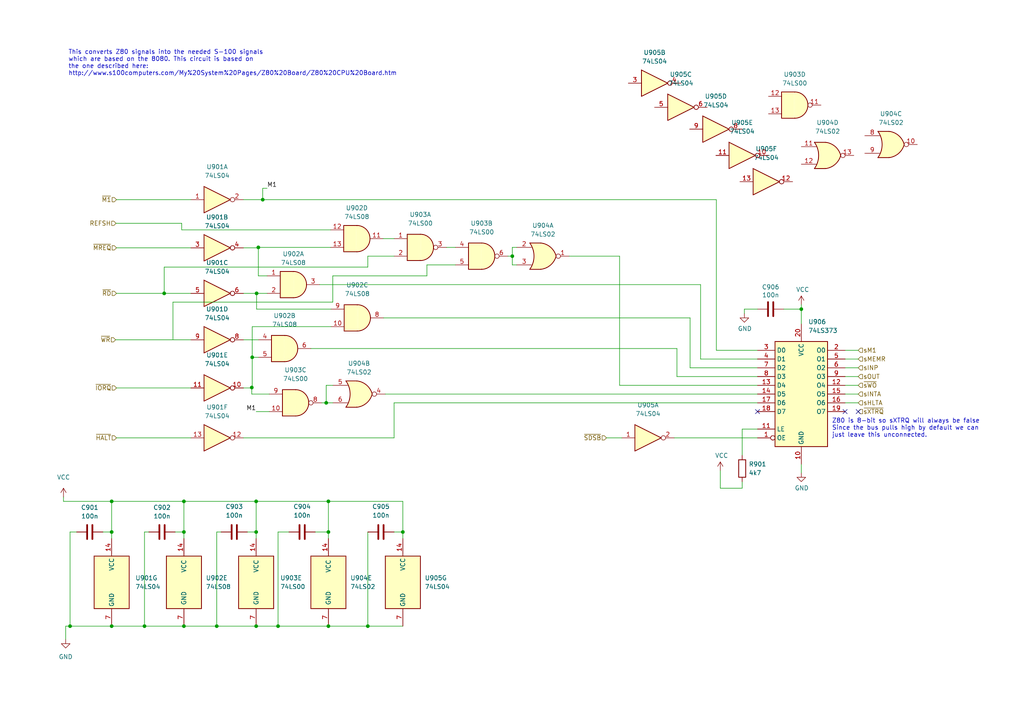
<source format=kicad_sch>
(kicad_sch (version 20211123) (generator eeschema)
  (paper "A4")
  (title_block (title "Status Bus Conversion"))
  (lib_symbols
    (symbol "74xx:74LS00" (pin_names (offset 1.016))
      (property "Reference" "U" (at 0 1.27 0))
      (property "Value" "74LS00" (at 0 -1.27 0))
      (symbol "74LS00_1_1"
        (arc (start 0 -3.81) (mid 3.81 0) (end 0 3.81) (stroke (width 0.254)) (fill (type background)))
        (polyline (pts (xy 0 3.81) (xy -3.81 3.81) (xy -3.81 -3.81) (xy 0 -3.81)) (stroke (width 0.254)) (fill (type background)))
        (pin input line (at -7.62 2.54 0) (length 3.81) (name "~") (number "1"))
        (pin input line (at -7.62 -2.54 0) (length 3.81) (name "~") (number "2"))
        (pin output inverted (at 7.62 0 180) (length 3.81) (name "~") (number "3"))
      )
      (symbol "74LS00_1_2"
        (arc (start -3.81 -3.81) (mid -2.589 0) (end -3.81 3.81) (stroke (width 0.254)))
        (arc (start -0.6096 -3.81) (mid 2.1855 -2.584) (end 3.81 0) (stroke (width 0.254)) (fill (type background)))
        (polyline (pts (xy -3.81 -3.81) (xy -0.635 -3.81)) (stroke (width 0.254)) (fill (type background)))
        (polyline (pts (xy -3.81 3.81) (xy -0.635 3.81)) (stroke (width 0.254)) (fill (type background)))
        (polyline (pts (xy -0.635 3.81) (xy -3.81 3.81) (xy -3.81 3.81) (xy -3.556 3.4036) (xy -3.0226 2.2606) (xy -2.6924 1.0414) (xy -2.6162 -0.254) (xy -2.7686 -1.4986) (xy -3.175 -2.7178) (xy -3.81 -3.81) (xy -3.81 -3.81) (xy -0.635 -3.81)) (stroke (width -25.4)) (fill (type background)))
        (arc (start 3.81 0) (mid 2.1928 2.5925) (end -0.6096 3.81) (stroke (width 0.254)) (fill (type background)))
        (pin input inverted (at -7.62 2.54 0) (length 4.318) (name "~") (number "1"))
        (pin input inverted (at -7.62 -2.54 0) (length 4.318) (name "~") (number "2"))
        (pin output line (at 7.62 0 180) (length 3.81) (name "~") (number "3"))
      )
      (symbol "74LS00_2_1"
        (arc (start 0 -3.81) (mid 3.81 0) (end 0 3.81) (stroke (width 0.254)) (fill (type background)))
        (polyline (pts (xy 0 3.81) (xy -3.81 3.81) (xy -3.81 -3.81) (xy 0 -3.81)) (stroke (width 0.254)) (fill (type background)))
        (pin input line (at -7.62 2.54 0) (length 3.81) (name "~") (number "4"))
        (pin input line (at -7.62 -2.54 0) (length 3.81) (name "~") (number "5"))
        (pin output inverted (at 7.62 0 180) (length 3.81) (name "~") (number "6"))
      )
      (symbol "74LS00_2_2"
        (arc (start -3.81 -3.81) (mid -2.589 0) (end -3.81 3.81) (stroke (width 0.254)))
        (arc (start -0.6096 -3.81) (mid 2.1855 -2.584) (end 3.81 0) (stroke (width 0.254)) (fill (type background)))
        (polyline (pts (xy -3.81 -3.81) (xy -0.635 -3.81)) (stroke (width 0.254)) (fill (type background)))
        (polyline (pts (xy -3.81 3.81) (xy -0.635 3.81)) (stroke (width 0.254)) (fill (type background)))
        (polyline (pts (xy -0.635 3.81) (xy -3.81 3.81) (xy -3.81 3.81) (xy -3.556 3.4036) (xy -3.0226 2.2606) (xy -2.6924 1.0414) (xy -2.6162 -0.254) (xy -2.7686 -1.4986) (xy -3.175 -2.7178) (xy -3.81 -3.81) (xy -3.81 -3.81) (xy -0.635 -3.81)) (stroke (width -25.4)) (fill (type background)))
        (arc (start 3.81 0) (mid 2.1928 2.5925) (end -0.6096 3.81) (stroke (width 0.254)) (fill (type background)))
        (pin input inverted (at -7.62 2.54 0) (length 4.318) (name "~") (number "4"))
        (pin input inverted (at -7.62 -2.54 0) (length 4.318) (name "~") (number "5"))
        (pin output line (at 7.62 0 180) (length 3.81) (name "~") (number "6"))
      )
      (symbol "74LS00_3_1"
        (arc (start 0 -3.81) (mid 3.81 0) (end 0 3.81) (stroke (width 0.254)) (fill (type background)))
        (polyline (pts (xy 0 3.81) (xy -3.81 3.81) (xy -3.81 -3.81) (xy 0 -3.81)) (stroke (width 0.254)) (fill (type background)))
        (pin input line (at -7.62 -2.54 0) (length 3.81) (name "~") (number "10"))
        (pin output inverted (at 7.62 0 180) (length 3.81) (name "~") (number "8"))
        (pin input line (at -7.62 2.54 0) (length 3.81) (name "~") (number "9"))
      )
      (symbol "74LS00_3_2"
        (arc (start -3.81 -3.81) (mid -2.589 0) (end -3.81 3.81) (stroke (width 0.254)))
        (arc (start -0.6096 -3.81) (mid 2.1855 -2.584) (end 3.81 0) (stroke (width 0.254)) (fill (type background)))
        (polyline (pts (xy -3.81 -3.81) (xy -0.635 -3.81)) (stroke (width 0.254)) (fill (type background)))
        (polyline (pts (xy -3.81 3.81) (xy -0.635 3.81)) (stroke (width 0.254)) (fill (type background)))
        (polyline (pts (xy -0.635 3.81) (xy -3.81 3.81) (xy -3.81 3.81) (xy -3.556 3.4036) (xy -3.0226 2.2606) (xy -2.6924 1.0414) (xy -2.6162 -0.254) (xy -2.7686 -1.4986) (xy -3.175 -2.7178) (xy -3.81 -3.81) (xy -3.81 -3.81) (xy -0.635 -3.81)) (stroke (width -25.4)) (fill (type background)))
        (arc (start 3.81 0) (mid 2.1928 2.5925) (end -0.6096 3.81) (stroke (width 0.254)) (fill (type background)))
        (pin input inverted (at -7.62 -2.54 0) (length 4.318) (name "~") (number "10"))
        (pin output line (at 7.62 0 180) (length 3.81) (name "~") (number "8"))
        (pin input inverted (at -7.62 2.54 0) (length 4.318) (name "~") (number "9"))
      )
      (symbol "74LS00_4_1"
        (arc (start 0 -3.81) (mid 3.81 0) (end 0 3.81) (stroke (width 0.254)) (fill (type background)))
        (polyline (pts (xy 0 3.81) (xy -3.81 3.81) (xy -3.81 -3.81) (xy 0 -3.81)) (stroke (width 0.254)) (fill (type background)))
        (pin output inverted (at 7.62 0 180) (length 3.81) (name "~") (number "11"))
        (pin input line (at -7.62 2.54 0) (length 3.81) (name "~") (number "12"))
        (pin input line (at -7.62 -2.54 0) (length 3.81) (name "~") (number "13"))
      )
      (symbol "74LS00_4_2"
        (arc (start -3.81 -3.81) (mid -2.589 0) (end -3.81 3.81) (stroke (width 0.254)))
        (arc (start -0.6096 -3.81) (mid 2.1855 -2.584) (end 3.81 0) (stroke (width 0.254)) (fill (type background)))
        (polyline (pts (xy -3.81 -3.81) (xy -0.635 -3.81)) (stroke (width 0.254)) (fill (type background)))
        (polyline (pts (xy -3.81 3.81) (xy -0.635 3.81)) (stroke (width 0.254)) (fill (type background)))
        (polyline (pts (xy -0.635 3.81) (xy -3.81 3.81) (xy -3.81 3.81) (xy -3.556 3.4036) (xy -3.0226 2.2606) (xy -2.6924 1.0414) (xy -2.6162 -0.254) (xy -2.7686 -1.4986) (xy -3.175 -2.7178) (xy -3.81 -3.81) (xy -3.81 -3.81) (xy -0.635 -3.81)) (stroke (width -25.4)) (fill (type background)))
        (arc (start 3.81 0) (mid 2.1928 2.5925) (end -0.6096 3.81) (stroke (width 0.254)) (fill (type background)))
        (pin output line (at 7.62 0 180) (length 3.81) (name "~") (number "11"))
        (pin input inverted (at -7.62 2.54 0) (length 4.318) (name "~") (number "12"))
        (pin input inverted (at -7.62 -2.54 0) (length 4.318) (name "~") (number "13"))
      )
      (symbol "74LS00_5_0"
        (pin power_in line (at 0 12.7 270) (length 5.08) (name "VCC") (number "14"))
        (pin power_in line (at 0 -12.7 90) (length 5.08) (name "GND") (number "7"))
      )
      (symbol "74LS00_5_1"
        (rectangle (start -5.08 7.62) (end 5.08 -7.62) (stroke (width 0.254)) (fill (type background)))
      )
    )
    (symbol "74xx:74LS02" (pin_names (offset 1.016))
      (property "Reference" "U" (at 0 1.27 0))
      (property "Value" "74LS02" (at 0 -1.27 0))
      (symbol "74LS02_1_1"
        (arc (start -3.81 -3.81) (mid -2.589 0) (end -3.81 3.81) (stroke (width 0.254)))
        (arc (start -0.6096 -3.81) (mid 2.1855 -2.584) (end 3.81 0) (stroke (width 0.254)) (fill (type background)))
        (polyline (pts (xy -3.81 -3.81) (xy -0.635 -3.81)) (stroke (width 0.254)) (fill (type background)))
        (polyline (pts (xy -3.81 3.81) (xy -0.635 3.81)) (stroke (width 0.254)) (fill (type background)))
        (polyline (pts (xy -0.635 3.81) (xy -3.81 3.81) (xy -3.81 3.81) (xy -3.556 3.4036) (xy -3.0226 2.2606) (xy -2.6924 1.0414) (xy -2.6162 -0.254) (xy -2.7686 -1.4986) (xy -3.175 -2.7178) (xy -3.81 -3.81) (xy -3.81 -3.81) (xy -0.635 -3.81)) (stroke (width -25.4)) (fill (type background)))
        (arc (start 3.81 0) (mid 2.1928 2.5925) (end -0.6096 3.81) (stroke (width 0.254)) (fill (type background)))
        (pin output inverted (at 7.62 0 180) (length 3.81) (name "~") (number "1"))
        (pin input line (at -7.62 2.54 0) (length 4.318) (name "~") (number "2"))
        (pin input line (at -7.62 -2.54 0) (length 4.318) (name "~") (number "3"))
      )
      (symbol "74LS02_1_2"
        (arc (start 0 -3.81) (mid 3.81 0) (end 0 3.81) (stroke (width 0.254)) (fill (type background)))
        (polyline (pts (xy 0 3.81) (xy -3.81 3.81) (xy -3.81 -3.81) (xy 0 -3.81)) (stroke (width 0.254)) (fill (type background)))
        (pin output line (at 7.62 0 180) (length 3.81) (name "~") (number "1"))
        (pin input inverted (at -7.62 2.54 0) (length 3.81) (name "~") (number "2"))
        (pin input inverted (at -7.62 -2.54 0) (length 3.81) (name "~") (number "3"))
      )
      (symbol "74LS02_2_1"
        (arc (start -3.81 -3.81) (mid -2.589 0) (end -3.81 3.81) (stroke (width 0.254)))
        (arc (start -0.6096 -3.81) (mid 2.1855 -2.584) (end 3.81 0) (stroke (width 0.254)) (fill (type background)))
        (polyline (pts (xy -3.81 -3.81) (xy -0.635 -3.81)) (stroke (width 0.254)) (fill (type background)))
        (polyline (pts (xy -3.81 3.81) (xy -0.635 3.81)) (stroke (width 0.254)) (fill (type background)))
        (polyline (pts (xy -0.635 3.81) (xy -3.81 3.81) (xy -3.81 3.81) (xy -3.556 3.4036) (xy -3.0226 2.2606) (xy -2.6924 1.0414) (xy -2.6162 -0.254) (xy -2.7686 -1.4986) (xy -3.175 -2.7178) (xy -3.81 -3.81) (xy -3.81 -3.81) (xy -0.635 -3.81)) (stroke (width -25.4)) (fill (type background)))
        (arc (start 3.81 0) (mid 2.1928 2.5925) (end -0.6096 3.81) (stroke (width 0.254)) (fill (type background)))
        (pin output inverted (at 7.62 0 180) (length 3.81) (name "~") (number "4"))
        (pin input line (at -7.62 2.54 0) (length 4.318) (name "~") (number "5"))
        (pin input line (at -7.62 -2.54 0) (length 4.318) (name "~") (number "6"))
      )
      (symbol "74LS02_2_2"
        (arc (start 0 -3.81) (mid 3.81 0) (end 0 3.81) (stroke (width 0.254)) (fill (type background)))
        (polyline (pts (xy 0 3.81) (xy -3.81 3.81) (xy -3.81 -3.81) (xy 0 -3.81)) (stroke (width 0.254)) (fill (type background)))
        (pin output line (at 7.62 0 180) (length 3.81) (name "~") (number "4"))
        (pin input inverted (at -7.62 2.54 0) (length 3.81) (name "~") (number "5"))
        (pin input inverted (at -7.62 -2.54 0) (length 3.81) (name "~") (number "6"))
      )
      (symbol "74LS02_3_1"
        (arc (start -3.81 -3.81) (mid -2.589 0) (end -3.81 3.81) (stroke (width 0.254)))
        (arc (start -0.6096 -3.81) (mid 2.1855 -2.584) (end 3.81 0) (stroke (width 0.254)) (fill (type background)))
        (polyline (pts (xy -3.81 -3.81) (xy -0.635 -3.81)) (stroke (width 0.254)) (fill (type background)))
        (polyline (pts (xy -3.81 3.81) (xy -0.635 3.81)) (stroke (width 0.254)) (fill (type background)))
        (polyline (pts (xy -0.635 3.81) (xy -3.81 3.81) (xy -3.81 3.81) (xy -3.556 3.4036) (xy -3.0226 2.2606) (xy -2.6924 1.0414) (xy -2.6162 -0.254) (xy -2.7686 -1.4986) (xy -3.175 -2.7178) (xy -3.81 -3.81) (xy -3.81 -3.81) (xy -0.635 -3.81)) (stroke (width -25.4)) (fill (type background)))
        (arc (start 3.81 0) (mid 2.1928 2.5925) (end -0.6096 3.81) (stroke (width 0.254)) (fill (type background)))
        (pin output inverted (at 7.62 0 180) (length 3.81) (name "~") (number "10"))
        (pin input line (at -7.62 2.54 0) (length 4.318) (name "~") (number "8"))
        (pin input line (at -7.62 -2.54 0) (length 4.318) (name "~") (number "9"))
      )
      (symbol "74LS02_3_2"
        (arc (start 0 -3.81) (mid 3.81 0) (end 0 3.81) (stroke (width 0.254)) (fill (type background)))
        (polyline (pts (xy 0 3.81) (xy -3.81 3.81) (xy -3.81 -3.81) (xy 0 -3.81)) (stroke (width 0.254)) (fill (type background)))
        (pin output line (at 7.62 0 180) (length 3.81) (name "~") (number "10"))
        (pin input inverted (at -7.62 2.54 0) (length 3.81) (name "~") (number "8"))
        (pin input inverted (at -7.62 -2.54 0) (length 3.81) (name "~") (number "9"))
      )
      (symbol "74LS02_4_1"
        (arc (start -3.81 -3.81) (mid -2.589 0) (end -3.81 3.81) (stroke (width 0.254)))
        (arc (start -0.6096 -3.81) (mid 2.1855 -2.584) (end 3.81 0) (stroke (width 0.254)) (fill (type background)))
        (polyline (pts (xy -3.81 -3.81) (xy -0.635 -3.81)) (stroke (width 0.254)) (fill (type background)))
        (polyline (pts (xy -3.81 3.81) (xy -0.635 3.81)) (stroke (width 0.254)) (fill (type background)))
        (polyline (pts (xy -0.635 3.81) (xy -3.81 3.81) (xy -3.81 3.81) (xy -3.556 3.4036) (xy -3.0226 2.2606) (xy -2.6924 1.0414) (xy -2.6162 -0.254) (xy -2.7686 -1.4986) (xy -3.175 -2.7178) (xy -3.81 -3.81) (xy -3.81 -3.81) (xy -0.635 -3.81)) (stroke (width -25.4)) (fill (type background)))
        (arc (start 3.81 0) (mid 2.1928 2.5925) (end -0.6096 3.81) (stroke (width 0.254)) (fill (type background)))
        (pin input line (at -7.62 2.54 0) (length 4.318) (name "~") (number "11"))
        (pin input line (at -7.62 -2.54 0) (length 4.318) (name "~") (number "12"))
        (pin output inverted (at 7.62 0 180) (length 3.81) (name "~") (number "13"))
      )
      (symbol "74LS02_4_2"
        (arc (start 0 -3.81) (mid 3.81 0) (end 0 3.81) (stroke (width 0.254)) (fill (type background)))
        (polyline (pts (xy 0 3.81) (xy -3.81 3.81) (xy -3.81 -3.81) (xy 0 -3.81)) (stroke (width 0.254)) (fill (type background)))
        (pin input inverted (at -7.62 2.54 0) (length 3.81) (name "~") (number "11"))
        (pin input inverted (at -7.62 -2.54 0) (length 3.81) (name "~") (number "12"))
        (pin output line (at 7.62 0 180) (length 3.81) (name "~") (number "13"))
      )
      (symbol "74LS02_5_0"
        (pin power_in line (at 0 12.7 270) (length 5.08) (name "VCC") (number "14"))
        (pin power_in line (at 0 -12.7 90) (length 5.08) (name "GND") (number "7"))
      )
      (symbol "74LS02_5_1"
        (rectangle (start -5.08 7.62) (end 5.08 -7.62) (stroke (width 0.254)) (fill (type background)))
      )
    )
    (symbol "74xx:74LS04"
      (property "Reference" "U" (at 0 1.27 0))
      (property "Value" "74LS04" (at 0 -1.27 0))
      (symbol "74LS04_1_0"
        (polyline (pts (xy -3.81 3.81) (xy -3.81 -3.81) (xy 3.81 0) (xy -3.81 3.81)) (stroke (width 0.254)) (fill (type background)))
        (pin input line (at -7.62 0 0) (length 3.81) (name "~") (number "1"))
        (pin output inverted (at 7.62 0 180) (length 3.81) (name "~") (number "2"))
      )
      (symbol "74LS04_2_0"
        (polyline (pts (xy -3.81 3.81) (xy -3.81 -3.81) (xy 3.81 0) (xy -3.81 3.81)) (stroke (width 0.254)) (fill (type background)))
        (pin input line (at -7.62 0 0) (length 3.81) (name "~") (number "3"))
        (pin output inverted (at 7.62 0 180) (length 3.81) (name "~") (number "4"))
      )
      (symbol "74LS04_3_0"
        (polyline (pts (xy -3.81 3.81) (xy -3.81 -3.81) (xy 3.81 0) (xy -3.81 3.81)) (stroke (width 0.254)) (fill (type background)))
        (pin input line (at -7.62 0 0) (length 3.81) (name "~") (number "5"))
        (pin output inverted (at 7.62 0 180) (length 3.81) (name "~") (number "6"))
      )
      (symbol "74LS04_4_0"
        (polyline (pts (xy -3.81 3.81) (xy -3.81 -3.81) (xy 3.81 0) (xy -3.81 3.81)) (stroke (width 0.254)) (fill (type background)))
        (pin output inverted (at 7.62 0 180) (length 3.81) (name "~") (number "8"))
        (pin input line (at -7.62 0 0) (length 3.81) (name "~") (number "9"))
      )
      (symbol "74LS04_5_0"
        (polyline (pts (xy -3.81 3.81) (xy -3.81 -3.81) (xy 3.81 0) (xy -3.81 3.81)) (stroke (width 0.254)) (fill (type background)))
        (pin output inverted (at 7.62 0 180) (length 3.81) (name "~") (number "10"))
        (pin input line (at -7.62 0 0) (length 3.81) (name "~") (number "11"))
      )
      (symbol "74LS04_6_0"
        (polyline (pts (xy -3.81 3.81) (xy -3.81 -3.81) (xy 3.81 0) (xy -3.81 3.81)) (stroke (width 0.254)) (fill (type background)))
        (pin output inverted (at 7.62 0 180) (length 3.81) (name "~") (number "12"))
        (pin input line (at -7.62 0 0) (length 3.81) (name "~") (number "13"))
      )
      (symbol "74LS04_7_0"
        (pin power_in line (at 0 12.7 270) (length 5.08) (name "VCC") (number "14"))
        (pin power_in line (at 0 -12.7 90) (length 5.08) (name "GND") (number "7"))
      )
      (symbol "74LS04_7_1"
        (rectangle (start -5.08 7.62) (end 5.08 -7.62) (stroke (width 0.254)) (fill (type background)))
      )
    )
    (symbol "74xx:74LS08" (pin_names (offset 1.016))
      (property "Reference" "U" (at 0 1.27 0))
      (property "Value" "74LS08" (at 0 -1.27 0))
      (symbol "74LS08_1_1"
        (arc (start 0 -3.81) (mid 3.81 0) (end 0 3.81) (stroke (width 0.254)) (fill (type background)))
        (polyline (pts (xy 0 3.81) (xy -3.81 3.81) (xy -3.81 -3.81) (xy 0 -3.81)) (stroke (width 0.254)) (fill (type background)))
        (pin input line (at -7.62 2.54 0) (length 3.81) (name "~") (number "1"))
        (pin input line (at -7.62 -2.54 0) (length 3.81) (name "~") (number "2"))
        (pin output line (at 7.62 0 180) (length 3.81) (name "~") (number "3"))
      )
      (symbol "74LS08_1_2"
        (arc (start -3.81 -3.81) (mid -2.589 0) (end -3.81 3.81) (stroke (width 0.254)))
        (arc (start -0.6096 -3.81) (mid 2.1855 -2.584) (end 3.81 0) (stroke (width 0.254)) (fill (type background)))
        (polyline (pts (xy -3.81 -3.81) (xy -0.635 -3.81)) (stroke (width 0.254)) (fill (type background)))
        (polyline (pts (xy -3.81 3.81) (xy -0.635 3.81)) (stroke (width 0.254)) (fill (type background)))
        (polyline (pts (xy -0.635 3.81) (xy -3.81 3.81) (xy -3.81 3.81) (xy -3.556 3.4036) (xy -3.0226 2.2606) (xy -2.6924 1.0414) (xy -2.6162 -0.254) (xy -2.7686 -1.4986) (xy -3.175 -2.7178) (xy -3.81 -3.81) (xy -3.81 -3.81) (xy -0.635 -3.81)) (stroke (width -25.4)) (fill (type background)))
        (arc (start 3.81 0) (mid 2.1928 2.5925) (end -0.6096 3.81) (stroke (width 0.254)) (fill (type background)))
        (pin input inverted (at -7.62 2.54 0) (length 4.318) (name "~") (number "1"))
        (pin input inverted (at -7.62 -2.54 0) (length 4.318) (name "~") (number "2"))
        (pin output inverted (at 7.62 0 180) (length 3.81) (name "~") (number "3"))
      )
      (symbol "74LS08_2_1"
        (arc (start 0 -3.81) (mid 3.81 0) (end 0 3.81) (stroke (width 0.254)) (fill (type background)))
        (polyline (pts (xy 0 3.81) (xy -3.81 3.81) (xy -3.81 -3.81) (xy 0 -3.81)) (stroke (width 0.254)) (fill (type background)))
        (pin input line (at -7.62 2.54 0) (length 3.81) (name "~") (number "4"))
        (pin input line (at -7.62 -2.54 0) (length 3.81) (name "~") (number "5"))
        (pin output line (at 7.62 0 180) (length 3.81) (name "~") (number "6"))
      )
      (symbol "74LS08_2_2"
        (arc (start -3.81 -3.81) (mid -2.589 0) (end -3.81 3.81) (stroke (width 0.254)))
        (arc (start -0.6096 -3.81) (mid 2.1855 -2.584) (end 3.81 0) (stroke (width 0.254)) (fill (type background)))
        (polyline (pts (xy -3.81 -3.81) (xy -0.635 -3.81)) (stroke (width 0.254)) (fill (type background)))
        (polyline (pts (xy -3.81 3.81) (xy -0.635 3.81)) (stroke (width 0.254)) (fill (type background)))
        (polyline (pts (xy -0.635 3.81) (xy -3.81 3.81) (xy -3.81 3.81) (xy -3.556 3.4036) (xy -3.0226 2.2606) (xy -2.6924 1.0414) (xy -2.6162 -0.254) (xy -2.7686 -1.4986) (xy -3.175 -2.7178) (xy -3.81 -3.81) (xy -3.81 -3.81) (xy -0.635 -3.81)) (stroke (width -25.4)) (fill (type background)))
        (arc (start 3.81 0) (mid 2.1928 2.5925) (end -0.6096 3.81) (stroke (width 0.254)) (fill (type background)))
        (pin input inverted (at -7.62 2.54 0) (length 4.318) (name "~") (number "4"))
        (pin input inverted (at -7.62 -2.54 0) (length 4.318) (name "~") (number "5"))
        (pin output inverted (at 7.62 0 180) (length 3.81) (name "~") (number "6"))
      )
      (symbol "74LS08_3_1"
        (arc (start 0 -3.81) (mid 3.81 0) (end 0 3.81) (stroke (width 0.254)) (fill (type background)))
        (polyline (pts (xy 0 3.81) (xy -3.81 3.81) (xy -3.81 -3.81) (xy 0 -3.81)) (stroke (width 0.254)) (fill (type background)))
        (pin input line (at -7.62 -2.54 0) (length 3.81) (name "~") (number "10"))
        (pin output line (at 7.62 0 180) (length 3.81) (name "~") (number "8"))
        (pin input line (at -7.62 2.54 0) (length 3.81) (name "~") (number "9"))
      )
      (symbol "74LS08_3_2"
        (arc (start -3.81 -3.81) (mid -2.589 0) (end -3.81 3.81) (stroke (width 0.254)))
        (arc (start -0.6096 -3.81) (mid 2.1855 -2.584) (end 3.81 0) (stroke (width 0.254)) (fill (type background)))
        (polyline (pts (xy -3.81 -3.81) (xy -0.635 -3.81)) (stroke (width 0.254)) (fill (type background)))
        (polyline (pts (xy -3.81 3.81) (xy -0.635 3.81)) (stroke (width 0.254)) (fill (type background)))
        (polyline (pts (xy -0.635 3.81) (xy -3.81 3.81) (xy -3.81 3.81) (xy -3.556 3.4036) (xy -3.0226 2.2606) (xy -2.6924 1.0414) (xy -2.6162 -0.254) (xy -2.7686 -1.4986) (xy -3.175 -2.7178) (xy -3.81 -3.81) (xy -3.81 -3.81) (xy -0.635 -3.81)) (stroke (width -25.4)) (fill (type background)))
        (arc (start 3.81 0) (mid 2.1928 2.5925) (end -0.6096 3.81) (stroke (width 0.254)) (fill (type background)))
        (pin input inverted (at -7.62 -2.54 0) (length 4.318) (name "~") (number "10"))
        (pin output inverted (at 7.62 0 180) (length 3.81) (name "~") (number "8"))
        (pin input inverted (at -7.62 2.54 0) (length 4.318) (name "~") (number "9"))
      )
      (symbol "74LS08_4_1"
        (arc (start 0 -3.81) (mid 3.81 0) (end 0 3.81) (stroke (width 0.254)) (fill (type background)))
        (polyline (pts (xy 0 3.81) (xy -3.81 3.81) (xy -3.81 -3.81) (xy 0 -3.81)) (stroke (width 0.254)) (fill (type background)))
        (pin output line (at 7.62 0 180) (length 3.81) (name "~") (number "11"))
        (pin input line (at -7.62 2.54 0) (length 3.81) (name "~") (number "12"))
        (pin input line (at -7.62 -2.54 0) (length 3.81) (name "~") (number "13"))
      )
      (symbol "74LS08_4_2"
        (arc (start -3.81 -3.81) (mid -2.589 0) (end -3.81 3.81) (stroke (width 0.254)))
        (arc (start -0.6096 -3.81) (mid 2.1855 -2.584) (end 3.81 0) (stroke (width 0.254)) (fill (type background)))
        (polyline (pts (xy -3.81 -3.81) (xy -0.635 -3.81)) (stroke (width 0.254)) (fill (type background)))
        (polyline (pts (xy -3.81 3.81) (xy -0.635 3.81)) (stroke (width 0.254)) (fill (type background)))
        (polyline (pts (xy -0.635 3.81) (xy -3.81 3.81) (xy -3.81 3.81) (xy -3.556 3.4036) (xy -3.0226 2.2606) (xy -2.6924 1.0414) (xy -2.6162 -0.254) (xy -2.7686 -1.4986) (xy -3.175 -2.7178) (xy -3.81 -3.81) (xy -3.81 -3.81) (xy -0.635 -3.81)) (stroke (width -25.4)) (fill (type background)))
        (arc (start 3.81 0) (mid 2.1928 2.5925) (end -0.6096 3.81) (stroke (width 0.254)) (fill (type background)))
        (pin output inverted (at 7.62 0 180) (length 3.81) (name "~") (number "11"))
        (pin input inverted (at -7.62 2.54 0) (length 4.318) (name "~") (number "12"))
        (pin input inverted (at -7.62 -2.54 0) (length 4.318) (name "~") (number "13"))
      )
      (symbol "74LS08_5_0"
        (pin power_in line (at 0 12.7 270) (length 5.08) (name "VCC") (number "14"))
        (pin power_in line (at 0 -12.7 90) (length 5.08) (name "GND") (number "7"))
      )
      (symbol "74LS08_5_1"
        (rectangle (start -5.08 7.62) (end 5.08 -7.62) (stroke (width 0.254)) (fill (type background)))
      )
    )
    (symbol "74xx:74LS373"
      (property "Reference" "U" (at -7.62 16.51 0))
      (property "Value" "74LS373" (at -7.62 -16.51 0))
      (symbol "74LS373_1_0"
        (pin input inverted (at -12.7 -12.7 0) (length 5.08) (name "OE") (number "1"))
        (pin power_in line (at 0 -20.32 90) (length 5.08) (name "GND") (number "10"))
        (pin input line (at -12.7 -10.16 0) (length 5.08) (name "LE") (number "11"))
        (pin tri_state line (at 12.7 2.54 180) (length 5.08) (name "O4") (number "12"))
        (pin input line (at -12.7 2.54 0) (length 5.08) (name "D4") (number "13"))
        (pin input line (at -12.7 0 0) (length 5.08) (name "D5") (number "14"))
        (pin tri_state line (at 12.7 0 180) (length 5.08) (name "O5") (number "15"))
        (pin tri_state line (at 12.7 -2.54 180) (length 5.08) (name "O6") (number "16"))
        (pin input line (at -12.7 -2.54 0) (length 5.08) (name "D6") (number "17"))
        (pin input line (at -12.7 -5.08 0) (length 5.08) (name "D7") (number "18"))
        (pin tri_state line (at 12.7 -5.08 180) (length 5.08) (name "O7") (number "19"))
        (pin tri_state line (at 12.7 12.7 180) (length 5.08) (name "O0") (number "2"))
        (pin power_in line (at 0 20.32 270) (length 5.08) (name "VCC") (number "20"))
        (pin input line (at -12.7 12.7 0) (length 5.08) (name "D0") (number "3"))
        (pin input line (at -12.7 10.16 0) (length 5.08) (name "D1") (number "4"))
        (pin tri_state line (at 12.7 10.16 180) (length 5.08) (name "O1") (number "5"))
        (pin tri_state line (at 12.7 7.62 180) (length 5.08) (name "O2") (number "6"))
        (pin input line (at -12.7 7.62 0) (length 5.08) (name "D2") (number "7"))
        (pin input line (at -12.7 5.08 0) (length 5.08) (name "D3") (number "8"))
        (pin tri_state line (at 12.7 5.08 180) (length 5.08) (name "O3") (number "9"))
      )
      (symbol "74LS373_1_1"
        (rectangle (start -7.62 15.24) (end 7.62 -15.24) (stroke (width 0.254)) (fill (type background)))
      )
    )
    (symbol "Device:C" (pin_numbers hide) (pin_names (offset 0.254))
      (property "Reference" "C" (at 0.635 2.54 0))
      (property "Value" "C" (at 0.635 -2.54 0))
      (symbol "C_0_1"
        (polyline (pts (xy -2.032 -0.762) (xy 2.032 -0.762)) (stroke (width 0.508)))
        (polyline (pts (xy -2.032 0.762) (xy 2.032 0.762)) (stroke (width 0.508)))
      )
      (symbol "C_1_1"
        (pin passive line (at 0 3.81 270) (length 2.794) (name "~") (number "1"))
        (pin passive line (at 0 -3.81 90) (length 2.794) (name "~") (number "2"))
      )
    )
    (symbol "Device:R" (pin_numbers hide) (pin_names (offset 0))
      (property "Reference" "R" (at 2.032 0 90))
      (property "Value" "R" (at 0 0 90))
      (symbol "R_0_1"
        (rectangle (start -1.016 -2.54) (end 1.016 2.54) (stroke (width 0.254)))
      )
      (symbol "R_1_1"
        (pin passive line (at 0 3.81 270) (length 1.27) (name "~") (number "1"))
        (pin passive line (at 0 -3.81 90) (length 1.27) (name "~") (number "2"))
      )
    )
    (symbol "power:GND" (power) (pin_names (offset 0))
      (property "Value" "GND" (at 0 -3.81 0))
      (symbol "GND_0_1"
        (polyline (pts (xy 0 0) (xy 0 -1.27) (xy 1.27 -1.27) (xy 0 -2.54) (xy -1.27 -1.27) (xy 0 -1.27)))
      )
      (symbol "GND_1_1"
        (pin power_in line (at 0 0 270) (length 0) hide (name "GND") (number "1"))
      )
    )
    (symbol "power:VCC" (power) (pin_names (offset 0))
      (property "Value" "VCC" (at 0 3.81 0))
      (symbol "VCC_0_1"
        (polyline (pts (xy -0.762 1.27) (xy 0 2.54)))
        (polyline (pts (xy 0 0) (xy 0 2.54)))
        (polyline (pts (xy 0 2.54) (xy 0.762 1.27)))
      )
      (symbol "VCC_1_1"
        (pin power_in line (at 0 0 90) (length 0) hide (name "VCC") (number "1"))
      )
    )
  )
  (junction (at 80.645 181.61))
  (junction (at 20.32 181.61))
  (junction (at 62.865 181.61))
  (junction (at 53.34 154.305))
  (junction (at 32.385 145.415))
  (junction (at 47.625 85.09))
  (junction (at 53.34 145.415))
  (junction (at 53.34 181.61))
  (junction (at 73.152 103.632))
  (junction (at 73.025 112.395))
  (junction (at 95.25 181.61))
  (junction (at 116.84 154.305))
  (junction (at 74.93 71.755))
  (junction (at 32.385 181.61))
  (junction (at 74.295 145.415))
  (junction (at 41.91 181.61))
  (junction (at 74.422 85.09))
  (junction (at 95.25 154.305))
  (junction (at 94.615 116.84))
  (junction (at 32.385 154.305))
  (junction (at 76.2 57.912))
  (junction (at 95.25 145.415))
  (junction (at 232.41 89.662))
  (junction (at 74.295 154.305))
  (junction (at 148.59 74.295))
  (junction (at 106.68 181.61))
  (junction (at 74.295 181.61))
  (no_connect (at 219.71 119.38))
  (no_connect (at 245.11 119.38))
  (no_connect (at 248.92 119.38))
  (wire (pts (xy 70.612 98.552) (xy 74.93 98.552)))
  (wire (pts (xy 70.612 112.522) (xy 73.152 112.522)))
  (wire (pts (xy 96.52 87.63) (xy 96.52 80.01)))
  (wire (pts (xy 148.59 74.295) (xy 147.32 74.295)))
  (wire (pts (xy 106.68 77.47) (xy 106.68 74.295)))
  (wire (pts (xy 20.32 154.305) (xy 20.32 181.61)))
  (wire (pts (xy 29.845 154.305) (xy 32.385 154.305)))
  (wire (pts (xy 33.655 64.77) (xy 52.705 64.77)))
  (wire (pts (xy 76.2 57.912) (xy 70.612 57.912)))
  (wire (pts (xy 62.865 181.61) (xy 74.295 181.61)))
  (wire (pts (xy 165.1 74.295) (xy 179.705 74.295)))
  (wire (pts (xy 22.225 154.305) (xy 20.32 154.305)))
  (wire (pts (xy 73.152 112.522) (xy 73.152 103.632)))
  (wire (pts (xy 149.86 71.755) (xy 148.59 71.755)))
  (wire (pts (xy 33.782 71.882) (xy 55.372 71.882)))
  (wire (pts (xy 106.68 154.305) (xy 106.68 181.61)))
  (wire (pts (xy 41.91 181.61) (xy 53.34 181.61)))
  (wire (pts (xy 74.295 154.305) (xy 74.295 156.21)))
  (wire (pts (xy 219.71 114.3) (xy 111.76 114.3)))
  (wire (pts (xy 74.93 71.755) (xy 95.885 71.755)))
  (wire (pts (xy 80.645 154.305) (xy 80.645 181.61)))
  (wire (pts (xy 33.782 57.912) (xy 55.372 57.912)))
  (wire (pts (xy 53.34 154.305) (xy 53.34 156.21)))
  (wire (pts (xy 95.25 154.305) (xy 95.25 156.21)))
  (wire (pts (xy 41.91 154.305) (xy 41.91 181.61)))
  (wire (pts (xy 114.3 127) (xy 114.3 116.84)))
  (wire (pts (xy 74.295 145.415) (xy 95.25 145.415)))
  (wire (pts (xy 203.2 82.55) (xy 92.71 82.55)))
  (wire (pts (xy 232.41 89.662) (xy 232.41 93.98)))
  (wire (pts (xy 200.152 106.68) (xy 200.152 92.202)))
  (wire (pts (xy 32.385 181.61) (xy 41.91 181.61)))
  (wire (pts (xy 95.25 181.61) (xy 106.68 181.61)))
  (wire (pts (xy 219.71 106.68) (xy 200.152 106.68)))
  (wire (pts (xy 70.612 71.882) (xy 74.93 71.882)))
  (wire (pts (xy 50.165 87.63) (xy 96.52 87.63)))
  (wire (pts (xy 33.782 112.522) (xy 55.372 112.522)))
  (wire (pts (xy 200.152 92.202) (xy 111.252 92.202)))
  (wire (pts (xy 232.41 134.62) (xy 232.41 137.16)))
  (wire (pts (xy 19.05 185.42) (xy 19.05 181.61)))
  (wire (pts (xy 83.82 154.305) (xy 80.645 154.305)))
  (wire (pts (xy 114.3 116.84) (xy 219.71 116.84)))
  (wire (pts (xy 232.41 88.392) (xy 232.41 89.662)))
  (wire (pts (xy 114.3 154.305) (xy 116.84 154.305)))
  (wire (pts (xy 52.705 64.77) (xy 52.705 66.675)))
  (wire (pts (xy 245.11 106.68) (xy 248.92 106.68)))
  (wire (pts (xy 70.612 85.09) (xy 74.422 85.09)))
  (wire (pts (xy 74.93 71.882) (xy 74.93 80.01)))
  (wire (pts (xy 32.385 145.415) (xy 32.385 154.305)))
  (wire (pts (xy 33.528 98.552) (xy 55.372 98.552)))
  (wire (pts (xy 80.645 181.61) (xy 95.25 181.61)))
  (wire (pts (xy 245.11 101.6) (xy 248.92 101.6)))
  (wire (pts (xy 207.772 101.6) (xy 207.772 57.912)))
  (wire (pts (xy 203.2 104.14) (xy 203.2 82.55)))
  (wire (pts (xy 74.295 181.61) (xy 80.645 181.61)))
  (wire (pts (xy 73.025 114.3) (xy 73.025 112.395)))
  (wire (pts (xy 47.625 77.47) (xy 106.68 77.47)))
  (wire (pts (xy 62.865 154.305) (xy 64.135 154.305)))
  (wire (pts (xy 74.422 89.662) (xy 96.012 89.662)))
  (wire (pts (xy 196.342 101.092) (xy 196.342 109.22)))
  (wire (pts (xy 215.265 141.605) (xy 215.265 139.7)))
  (wire (pts (xy 116.84 145.415) (xy 116.84 154.305)))
  (wire (pts (xy 20.32 181.61) (xy 32.385 181.61)))
  (wire (pts (xy 95.25 145.415) (xy 95.25 154.305)))
  (wire (pts (xy 74.93 80.01) (xy 77.47 80.01)))
  (wire (pts (xy 245.11 104.14) (xy 248.92 104.14)))
  (wire (pts (xy 18.415 145.415) (xy 32.385 145.415)))
  (wire (pts (xy 245.11 116.84) (xy 248.92 116.84)))
  (wire (pts (xy 53.34 181.61) (xy 62.865 181.61)))
  (wire (pts (xy 74.422 85.09) (xy 77.47 85.09)))
  (wire (pts (xy 111.125 69.215) (xy 114.3 69.215)))
  (wire (pts (xy 96.52 80.01) (xy 123.825 80.01)))
  (wire (pts (xy 74.295 145.415) (xy 74.295 154.305)))
  (wire (pts (xy 71.755 154.305) (xy 74.295 154.305)))
  (wire (pts (xy 33.782 85.09) (xy 47.625 85.09)))
  (wire (pts (xy 215.265 124.46) (xy 215.265 132.08)))
  (wire (pts (xy 93.345 116.84) (xy 94.615 116.84)))
  (wire (pts (xy 106.68 74.295) (xy 114.3 74.295)))
  (wire (pts (xy 195.58 127) (xy 219.71 127)))
  (wire (pts (xy 62.865 154.305) (xy 62.865 181.61)))
  (wire (pts (xy 175.895 127) (xy 180.34 127)))
  (wire (pts (xy 94.615 116.84) (xy 94.615 111.76)))
  (wire (pts (xy 95.25 145.415) (xy 116.84 145.415)))
  (wire (pts (xy 227.33 89.662) (xy 232.41 89.662)))
  (wire (pts (xy 179.705 74.295) (xy 179.705 111.76)))
  (wire (pts (xy 73.152 103.632) (xy 73.152 94.742)))
  (wire (pts (xy 19.05 181.61) (xy 20.32 181.61)))
  (wire (pts (xy 208.915 136.525) (xy 208.915 141.605)))
  (wire (pts (xy 219.71 124.46) (xy 215.265 124.46)))
  (wire (pts (xy 94.615 111.76) (xy 96.52 111.76)))
  (wire (pts (xy 196.342 109.22) (xy 219.71 109.22)))
  (wire (pts (xy 123.825 80.01) (xy 123.825 76.835)))
  (wire (pts (xy 74.295 119.38) (xy 78.105 119.38)))
  (wire (pts (xy 18.415 144.145) (xy 18.415 145.415)))
  (wire (pts (xy 179.705 111.76) (xy 219.71 111.76)))
  (wire (pts (xy 245.11 114.3) (xy 248.92 114.3)))
  (wire (pts (xy 76.2 57.912) (xy 76.2 54.61)))
  (wire (pts (xy 116.84 154.305) (xy 116.84 156.21)))
  (wire (pts (xy 47.625 85.09) (xy 55.372 85.09)))
  (wire (pts (xy 43.18 154.305) (xy 41.91 154.305)))
  (wire (pts (xy 203.2 104.14) (xy 219.71 104.14)))
  (wire (pts (xy 148.59 74.295) (xy 148.59 76.835)))
  (wire (pts (xy 148.59 71.755) (xy 148.59 74.295)))
  (wire (pts (xy 33.782 127) (xy 55.372 127)))
  (wire (pts (xy 74.422 85.09) (xy 74.422 89.662)))
  (wire (pts (xy 148.59 76.835) (xy 149.86 76.835)))
  (wire (pts (xy 53.34 145.415) (xy 74.295 145.415)))
  (wire (pts (xy 106.68 181.61) (xy 116.84 181.61)))
  (wire (pts (xy 50.8 154.305) (xy 53.34 154.305)))
  (wire (pts (xy 78.105 114.3) (xy 73.025 114.3)))
  (wire (pts (xy 73.152 103.632) (xy 74.93 103.632)))
  (wire (pts (xy 215.9 89.662) (xy 219.71 89.662)))
  (wire (pts (xy 32.385 145.415) (xy 53.34 145.415)))
  (wire (pts (xy 208.915 141.605) (xy 215.265 141.605)))
  (wire (pts (xy 47.625 85.09) (xy 47.625 77.47)))
  (wire (pts (xy 52.705 66.675) (xy 95.885 66.675)))
  (wire (pts (xy 123.825 76.835) (xy 132.08 76.835)))
  (wire (pts (xy 76.2 54.61) (xy 77.47 54.61)))
  (wire (pts (xy 207.772 101.6) (xy 219.71 101.6)))
  (wire (pts (xy 245.11 111.76) (xy 248.92 111.76)))
  (wire (pts (xy 215.9 90.932) (xy 215.9 89.662)))
  (wire (pts (xy 90.17 101.092) (xy 196.342 101.092)))
  (wire (pts (xy 94.615 116.84) (xy 96.52 116.84)))
  (wire (pts (xy 91.44 154.305) (xy 95.25 154.305)))
  (wire (pts (xy 73.152 94.742) (xy 96.012 94.742)))
  (wire (pts (xy 245.11 109.22) (xy 248.92 109.22)))
  (wire (pts (xy 50.165 98.425) (xy 50.165 87.63)))
  (wire (pts (xy 70.612 127) (xy 114.3 127)))
  (wire (pts (xy 32.385 154.305) (xy 32.385 156.21)))
  (wire (pts (xy 207.772 57.912) (xy 76.2 57.912)))
  (wire (pts (xy 129.54 71.755) (xy 132.08 71.755)))
  (wire (pts (xy 53.34 145.415) (xy 53.34 154.305)))
  (text "This converts Z80 signals into the needed S-100 signals\nwhich are based on the 8080. This circuit is based on\nthe one described here:\nhttp://www.s100computers.com/My%20System%20Pages/Z80%20Board/Z80%20CPU%20Board.htm" (at 19.812 22.098 0) (effects (font (size 1.27 1.27)) (justify left bottom)))
  (text "Z80 is 8-bit so sXTRQ will always be false\nSince the bus pulls high by default we can\njust leave this unconnected." (at 241.3 127 0) (effects (font (size 1.27 1.27)) (justify left bottom)))
  (label "M1" (at 77.47 54.61 0))
  (label "M1" (at 74.295 119.38 180))
  (hierarchical_label "sM1" (shape input) (at 248.92 101.6 0))
  (hierarchical_label "~{sWO}" (shape input) (at 248.92 111.76 0))
  (hierarchical_label "sINTA" (shape input) (at 248.92 114.3 0))
  (hierarchical_label "sMEMR" (shape input) (at 248.92 104.14 0))
  (hierarchical_label "~{RD}" (shape input) (at 33.782 85.09 180))
  (hierarchical_label "~{SDSB}" (shape input) (at 175.895 127 180))
  (hierarchical_label "sOUT" (shape input) (at 248.92 109.22 0))
  (hierarchical_label "REFSH" (shape input) (at 33.655 64.77 180))
  (hierarchical_label "sINP" (shape input) (at 248.92 106.68 0))
  (hierarchical_label "sHLTA" (shape input) (at 248.92 116.84 0))
  (hierarchical_label "~{HALT}" (shape input) (at 33.782 127 180))
  (hierarchical_label "~{sXTRQ}" (shape input) (at 248.92 119.38 0))
  (hierarchical_label "~{WR}" (shape input) (at 33.528 98.552 180))
  (hierarchical_label "~{MREQ}" (shape input) (at 33.782 71.882 180))
  (hierarchical_label "~{M1}" (shape input) (at 33.782 57.912 180))
  (hierarchical_label "~{IORQ}" (shape input) (at 33.782 112.522 180))
  (symbol (lib_id "74xx:74LS08") (at 103.632 92.202 0) (unit 3)
    (property "Reference" "U902" (at 103.632 82.677 0))
    (property "Value" "74LS08" (at 103.632 85.217 0))
    (property "Datasheet" "http://www.ti.com/lit/gpn/sn74LS08" (effects hide))
  )
  (symbol (lib_id "74xx:74LS04") (at 215.265 45.085 0) (unit 5)
    (property "Reference" "U905" (at 215.265 35.56 0))
    (property "Value" "74LS04" (at 215.265 38.1 0))
    (property "Datasheet" "http://www.ti.com/lit/gpn/sn74LS04" (effects hide))
  )
  (symbol (lib_id "74xx:74LS04") (at 197.485 31.115 0) (unit 3)
    (property "Reference" "U905" (at 197.485 21.59 0))
    (property "Value" "74LS04" (at 197.485 24.13 0))
    (property "Datasheet" "http://www.ti.com/lit/gpn/sn74LS04" (effects hide))
  )
  (symbol (lib_id "power:GND") (at 232.41 137.16 0) (unit 1)
    (property "Reference" "#PWR0906" (effects hide))
    (property "Value" "GND" (at 232.537 141.5542 0))
  )
  (symbol (lib_id "power:VCC") (at 208.915 136.525 0) (unit 1)
    (property "Reference" "#PWR0903" (effects hide))
    (property "Value" "VCC" (at 209.296 132.1308 0))
  )
  (symbol (lib_id "74xx:74LS04") (at 189.865 24.13 0) (unit 2)
    (property "Reference" "U905" (at 189.865 15.24 0))
    (property "Value" "74LS04" (at 189.865 17.78 0))
    (property "Datasheet" "http://www.ti.com/lit/gpn/sn74LS04" (effects hide))
  )
  (symbol (lib_id "power:GND") (at 215.9 90.932 0) (unit 1)
    (property "Reference" "#PWR0904" (effects hide))
    (property "Value" "GND" (at 216.027 95.3262 0))
  )
  (symbol (lib_id "74xx:74LS04") (at 222.25 52.705 0) (unit 6)
    (property "Reference" "U905" (at 222.25 43.18 0))
    (property "Value" "74LS04" (at 222.25 45.72 0))
    (property "Datasheet" "http://www.ti.com/lit/gpn/sn74LS04" (effects hide))
  )
  (symbol (lib_id "74xx:74LS00") (at 121.92 71.755 0) (unit 1)
    (property "Reference" "U903" (at 121.92 62.23 0))
    (property "Value" "74LS00" (at 121.92 64.77 0))
    (property "Datasheet" "http://www.ti.com/lit/gpn/sn74ls00" (effects hide))
  )
  (symbol (lib_id "74xx:74LS08") (at 85.09 82.55 0) (unit 1)
    (property "Reference" "U902" (at 85.09 73.66 0))
    (property "Value" "74LS08" (at 85.09 76.2 0))
    (property "Datasheet" "http://www.ti.com/lit/gpn/sn74LS08" (effects hide))
  )
  (symbol (lib_id "74xx:74LS04") (at 62.992 112.522 0) (unit 5)
    (property "Reference" "U901" (at 62.992 102.997 0))
    (property "Value" "74LS04" (at 62.992 105.537 0))
    (property "Datasheet" "http://www.ti.com/lit/gpn/sn74LS04" (effects hide))
  )
  (symbol (lib_id "power:VCC") (at 232.41 88.392 0) (unit 1)
    (property "Reference" "#PWR0905" (effects hide))
    (property "Value" "VCC" (at 232.791 83.9978 0))
  )
  (symbol (lib_id "Device:C") (at 46.99 154.305 90) (unit 1)
    (property "Reference" "C902" (at 46.99 147.193 90))
    (property "Value" "100n" (at 46.99 149.733 90))
  )
  (symbol (lib_id "74xx:74LS02") (at 95.25 168.91 0) (unit 5)
    (property "Reference" "U904" (at 101.6 167.6399 0) (effects (justify left)))
    (property "Value" "74LS02" (at 101.6 170.1799 0) (effects (justify left)))
    (property "Datasheet" "http://www.ti.com/lit/gpn/sn74ls02" (effects hide))
  )
  (symbol (lib_id "74xx:74LS04") (at 62.992 127 0) (unit 6)
    (property "Reference" "U901" (at 62.992 118.11 0))
    (property "Value" "74LS04" (at 62.992 120.65 0))
    (property "Datasheet" "http://www.ti.com/lit/gpn/sn74LS04" (effects hide))
  )
  (symbol (lib_id "Device:C") (at 67.945 154.305 90) (unit 1)
    (property "Reference" "C903" (at 67.945 146.939 90))
    (property "Value" "100n" (at 67.945 149.479 90))
  )
  (symbol (lib_id "Device:C") (at 87.63 154.305 90) (unit 1)
    (property "Reference" "C904" (at 87.63 146.939 90))
    (property "Value" "100n" (at 87.63 149.479 90))
  )
  (symbol (lib_id "74xx:74LS04") (at 62.992 71.882 0) (unit 2)
    (property "Reference" "U901" (at 62.992 62.992 0))
    (property "Value" "74LS04" (at 62.992 65.532 0))
    (property "Datasheet" "http://www.ti.com/lit/gpn/sn74LS04" (effects hide))
  )
  (symbol (lib_id "Device:R") (at 215.265 135.89 0) (unit 1)
    (property "Reference" "R901" (at 217.17 134.6199 0) (effects (justify left)))
    (property "Value" "4k7" (at 217.17 137.1599 0) (effects (justify left)))
  )
  (symbol (lib_id "74xx:74LS00") (at 85.725 116.84 0) (unit 3)
    (property "Reference" "U903" (at 85.725 107.315 0))
    (property "Value" "74LS00" (at 85.725 109.855 0))
    (property "Datasheet" "http://www.ti.com/lit/gpn/sn74ls00" (effects hide))
  )
  (symbol (lib_id "74xx:74LS02") (at 157.48 74.295 0) (unit 1)
    (property "Reference" "U904" (at 157.48 65.405 0))
    (property "Value" "74LS02" (at 157.48 67.945 0))
    (property "Datasheet" "http://www.ti.com/lit/gpn/sn74ls02" (effects hide))
  )
  (symbol (lib_id "Device:C") (at 26.035 154.305 90) (unit 1)
    (property "Reference" "C901" (at 26.035 147.193 90))
    (property "Value" "100n" (at 26.035 149.733 90))
  )
  (symbol (lib_id "power:GND") (at 19.05 185.42 0) (unit 1)
    (property "Reference" "#PWR0902" (effects hide))
    (property "Value" "GND" (at 19.05 190.5 0))
  )
  (symbol (lib_id "74xx:74LS00") (at 139.7 74.295 0) (unit 2)
    (property "Reference" "U903" (at 139.7 64.77 0))
    (property "Value" "74LS00" (at 139.7 67.31 0))
    (property "Datasheet" "http://www.ti.com/lit/gpn/sn74ls00" (effects hide))
  )
  (symbol (lib_id "Device:C") (at 223.52 89.662 90) (unit 1)
    (property "Reference" "C906" (at 223.52 83.2612 90))
    (property "Value" "100n" (at 223.52 85.5726 90))
  )
  (symbol (lib_id "power:VCC") (at 18.415 144.145 0) (unit 1)
    (property "Reference" "#PWR0901" (effects hide))
    (property "Value" "VCC" (at 18.415 138.43 0))
  )
  (symbol (lib_id "74xx:74LS02") (at 104.14 114.3 0) (unit 2)
    (property "Reference" "U904" (at 104.14 105.41 0))
    (property "Value" "74LS02" (at 104.14 107.95 0))
    (property "Datasheet" "http://www.ti.com/lit/gpn/sn74ls02" (effects hide))
  )
  (symbol (lib_id "Device:C") (at 110.49 154.305 90) (unit 1)
    (property "Reference" "C905" (at 110.49 146.939 90))
    (property "Value" "100n" (at 110.49 149.479 90))
  )
  (symbol (lib_id "74xx:74LS04") (at 207.645 37.465 0) (unit 4)
    (property "Reference" "U905" (at 207.645 27.94 0))
    (property "Value" "74LS04" (at 207.645 30.48 0))
    (property "Datasheet" "http://www.ti.com/lit/gpn/sn74LS04" (effects hide))
  )
  (symbol (lib_id "74xx:74LS373") (at 232.41 114.3 0) (unit 1)
    (property "Reference" "U906" (at 234.4294 93.345 0) (effects (justify left)))
    (property "Value" "74LS373" (at 234.4294 95.885 0) (effects (justify left)))
    (property "Datasheet" "http://www.ti.com/lit/gpn/sn74LS373" (effects hide))
  )
  (symbol (lib_id "74xx:74LS04") (at 62.992 57.912 0) (unit 1)
    (property "Reference" "U901" (at 62.992 48.387 0))
    (property "Value" "74LS04" (at 62.992 50.927 0))
    (property "Datasheet" "http://www.ti.com/lit/gpn/sn74LS04" (effects hide))
  )
  (symbol (lib_id "74xx:74LS02") (at 258.445 41.91 0) (unit 3)
    (property "Reference" "U904" (at 258.445 33.02 0))
    (property "Value" "74LS02" (at 258.445 35.56 0))
    (property "Datasheet" "http://www.ti.com/lit/gpn/sn74ls02" (effects hide))
  )
  (symbol (lib_id "74xx:74LS04") (at 187.96 127 0) (unit 1)
    (property "Reference" "U905" (at 187.96 117.475 0))
    (property "Value" "74LS04" (at 187.96 120.015 0))
    (property "Datasheet" "http://www.ti.com/lit/gpn/sn74LS04" (effects hide))
  )
  (symbol (lib_id "74xx:74LS00") (at 230.505 30.48 0) (unit 4)
    (property "Reference" "U903" (at 230.505 21.59 0))
    (property "Value" "74LS00" (at 230.505 24.13 0))
    (property "Datasheet" "http://www.ti.com/lit/gpn/sn74ls00" (effects hide))
  )
  (symbol (lib_id "74xx:74LS02") (at 240.03 45.085 0) (unit 4)
    (property "Reference" "U904" (at 240.03 35.56 0))
    (property "Value" "74LS02" (at 240.03 38.1 0))
    (property "Datasheet" "http://www.ti.com/lit/gpn/sn74ls02" (effects hide))
  )
  (symbol (lib_id "74xx:74LS00") (at 74.295 168.91 0) (unit 5)
    (property "Reference" "U903" (at 81.28 167.6399 0) (effects (justify left)))
    (property "Value" "74LS00" (at 81.28 170.1799 0) (effects (justify left)))
    (property "Datasheet" "http://www.ti.com/lit/gpn/sn74ls00" (effects hide))
  )
  (symbol (lib_id "74xx:74LS08") (at 82.55 101.092 0) (unit 2)
    (property "Reference" "U902" (at 82.55 91.567 0))
    (property "Value" "74LS08" (at 82.55 94.107 0))
    (property "Datasheet" "http://www.ti.com/lit/gpn/sn74LS08" (effects hide))
  )
  (symbol (lib_id "74xx:74LS04") (at 62.992 85.09 0) (unit 3)
    (property "Reference" "U901" (at 62.992 76.2 0))
    (property "Value" "74LS04" (at 62.992 78.74 0))
    (property "Datasheet" "http://www.ti.com/lit/gpn/sn74LS04" (effects hide))
  )
  (symbol (lib_id "74xx:74LS04") (at 116.84 168.91 0) (unit 7)
    (property "Reference" "U905" (at 123.19 167.6399 0) (effects (justify left)))
    (property "Value" "74LS04" (at 123.19 170.1799 0) (effects (justify left)))
    (property "Datasheet" "http://www.ti.com/lit/gpn/sn74LS04" (effects hide))
  )
  (symbol (lib_id "74xx:74LS04") (at 32.385 168.91 0) (unit 7)
    (property "Reference" "U901" (at 39.243 167.6399 0) (effects (justify left)))
    (property "Value" "74LS04" (at 39.243 170.1799 0) (effects (justify left)))
    (property "Datasheet" "http://www.ti.com/lit/gpn/sn74LS04" (effects hide))
  )
  (symbol (lib_id "74xx:74LS04") (at 62.992 98.552 0) (unit 4)
    (property "Reference" "U901" (at 62.992 89.662 0))
    (property "Value" "74LS04" (at 62.992 92.202 0))
    (property "Datasheet" "http://www.ti.com/lit/gpn/sn74LS04" (effects hide))
  )
  (symbol (lib_id "74xx:74LS08") (at 103.505 69.215 0) (unit 4)
    (property "Reference" "U902" (at 103.505 60.325 0))
    (property "Value" "74LS08" (at 103.505 62.865 0))
    (property "Datasheet" "http://www.ti.com/lit/gpn/sn74LS08" (effects hide))
  )
  (symbol (lib_id "74xx:74LS08") (at 53.34 168.91 0) (unit 5)
    (property "Reference" "U902" (at 59.69 167.6399 0) (effects (justify left)))
    (property "Value" "74LS08" (at 59.69 170.1799 0) (effects (justify left)))
    (property "Datasheet" "http://www.ti.com/lit/gpn/sn74LS08" (effects hide))
  )
)
</source>
